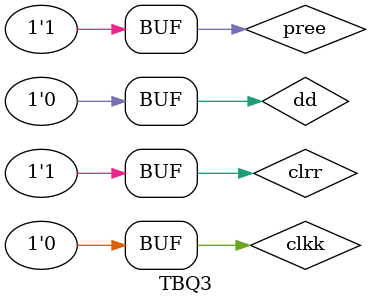
<source format=v>
`timescale 1ns/1ns

module TBQ3();
   reg clkk = 0 , dd = 0 , pree = 1 , clrr = 1;
   wire qq , qqbar;
   D_flipflop_reset_preset my_D(.pre(pree) , .clr(clrr) , .clk(clkk) , .d(dd) , .q(qq) , .qbar(qqbar));
   initial repeat (25) #100 clkk = ~clkk;
   initial repeat (20) #124 dd = ~dd;
   initial begin
      #250;
      clrr = 0;
      #250;
      clrr = 1;
      #100;
      pree = 0;
      #300;
      pree = 1;
      #500;
      pree = 0;
      clrr = 0;
      #500;
      pree = 1;
      clrr = 1;
   end
endmodule
</source>
